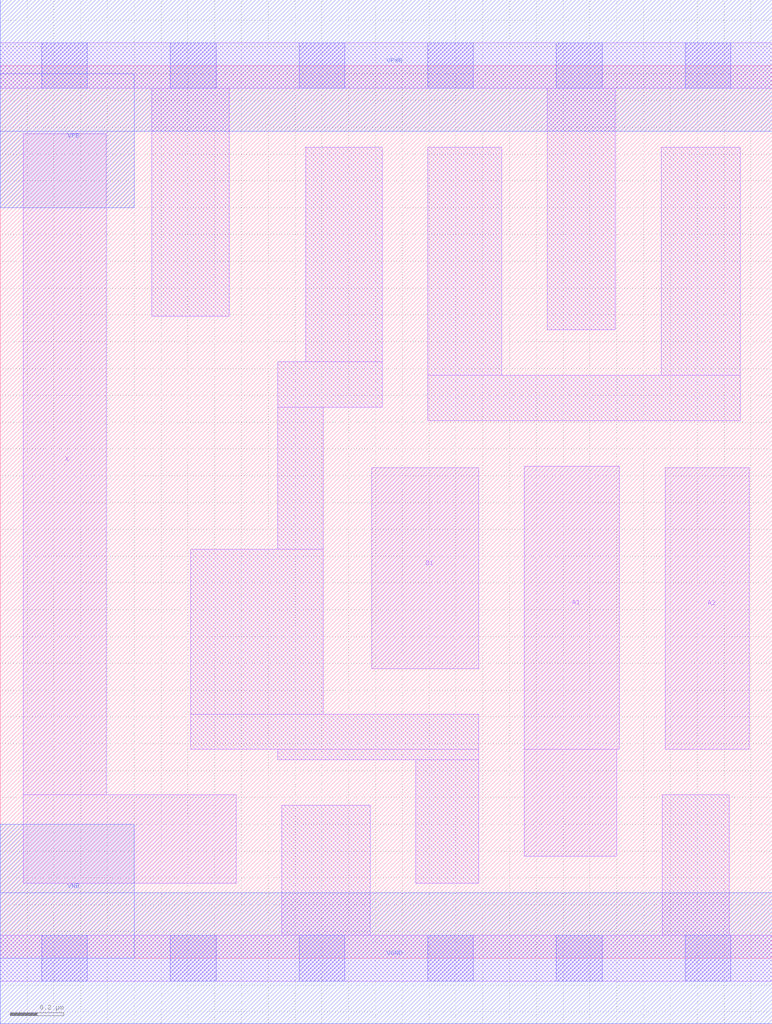
<source format=lef>
# Copyright 2020 The SkyWater PDK Authors
#
# Licensed under the Apache License, Version 2.0 (the "License");
# you may not use this file except in compliance with the License.
# You may obtain a copy of the License at
#
#     https://www.apache.org/licenses/LICENSE-2.0
#
# Unless required by applicable law or agreed to in writing, software
# distributed under the License is distributed on an "AS IS" BASIS,
# WITHOUT WARRANTIES OR CONDITIONS OF ANY KIND, either express or implied.
# See the License for the specific language governing permissions and
# limitations under the License.
#
# SPDX-License-Identifier: Apache-2.0

VERSION 5.5 ;
NAMESCASESENSITIVE ON ;
BUSBITCHARS "[]" ;
DIVIDERCHAR "/" ;
MACRO sky130_fd_sc_lp__a21o_0
  CLASS CORE ;
  SOURCE USER ;
  ORIGIN  0.000000  0.000000 ;
  SIZE  2.880000 BY  3.330000 ;
  SYMMETRY X Y R90 ;
  SITE unit ;
  PIN A1
    ANTENNAGATEAREA  0.159000 ;
    DIRECTION INPUT ;
    USE SIGNAL ;
    PORT
      LAYER li1 ;
        RECT 1.955000 0.380000 2.300000 0.780000 ;
        RECT 1.955000 0.780000 2.310000 1.835000 ;
    END
  END A1
  PIN A2
    ANTENNAGATEAREA  0.159000 ;
    DIRECTION INPUT ;
    USE SIGNAL ;
    PORT
      LAYER li1 ;
        RECT 2.480000 0.780000 2.795000 1.830000 ;
    END
  END A2
  PIN B1
    ANTENNAGATEAREA  0.159000 ;
    DIRECTION INPUT ;
    USE SIGNAL ;
    PORT
      LAYER li1 ;
        RECT 1.385000 1.080000 1.785000 1.830000 ;
    END
  END B1
  PIN X
    ANTENNADIFFAREA  0.280900 ;
    DIRECTION OUTPUT ;
    USE SIGNAL ;
    PORT
      LAYER li1 ;
        RECT 0.085000 0.280000 0.880000 0.610000 ;
        RECT 0.085000 0.610000 0.395000 3.075000 ;
    END
  END X
  PIN VGND
    DIRECTION INOUT ;
    USE GROUND ;
    PORT
      LAYER met1 ;
        RECT 0.000000 -0.245000 2.880000 0.245000 ;
    END
  END VGND
  PIN VNB
    DIRECTION INOUT ;
    USE GROUND ;
    PORT
    END
  END VNB
  PIN VPB
    DIRECTION INOUT ;
    USE POWER ;
    PORT
    END
  END VPB
  PIN VNB
    DIRECTION INOUT ;
    USE GROUND ;
    PORT
      LAYER met1 ;
        RECT 0.000000 0.000000 0.500000 0.500000 ;
    END
  END VNB
  PIN VPB
    DIRECTION INOUT ;
    USE POWER ;
    PORT
      LAYER met1 ;
        RECT 0.000000 2.800000 0.500000 3.300000 ;
    END
  END VPB
  PIN VPWR
    DIRECTION INOUT ;
    USE POWER ;
    PORT
      LAYER met1 ;
        RECT 0.000000 3.085000 2.880000 3.575000 ;
    END
  END VPWR
  OBS
    LAYER li1 ;
      RECT 0.000000 -0.085000 2.880000 0.085000 ;
      RECT 0.000000  3.245000 2.880000 3.415000 ;
      RECT 0.565000  2.395000 0.855000 3.245000 ;
      RECT 0.710000  0.780000 1.785000 0.910000 ;
      RECT 0.710000  0.910000 1.205000 1.525000 ;
      RECT 1.035000  0.740000 1.785000 0.780000 ;
      RECT 1.035000  1.525000 1.205000 2.055000 ;
      RECT 1.035000  2.055000 1.425000 2.225000 ;
      RECT 1.050000  0.085000 1.380000 0.570000 ;
      RECT 1.140000  2.225000 1.425000 3.025000 ;
      RECT 1.550000  0.280000 1.785000 0.740000 ;
      RECT 1.595000  2.005000 2.760000 2.175000 ;
      RECT 1.595000  2.175000 1.870000 3.025000 ;
      RECT 2.040000  2.345000 2.295000 3.245000 ;
      RECT 2.465000  2.175000 2.760000 3.025000 ;
      RECT 2.470000  0.085000 2.720000 0.610000 ;
    LAYER mcon ;
      RECT 0.155000 -0.085000 0.325000 0.085000 ;
      RECT 0.155000  3.245000 0.325000 3.415000 ;
      RECT 0.635000 -0.085000 0.805000 0.085000 ;
      RECT 0.635000  3.245000 0.805000 3.415000 ;
      RECT 1.115000 -0.085000 1.285000 0.085000 ;
      RECT 1.115000  3.245000 1.285000 3.415000 ;
      RECT 1.595000 -0.085000 1.765000 0.085000 ;
      RECT 1.595000  3.245000 1.765000 3.415000 ;
      RECT 2.075000 -0.085000 2.245000 0.085000 ;
      RECT 2.075000  3.245000 2.245000 3.415000 ;
      RECT 2.555000 -0.085000 2.725000 0.085000 ;
      RECT 2.555000  3.245000 2.725000 3.415000 ;
  END
END sky130_fd_sc_lp__a21o_0
END LIBRARY

</source>
